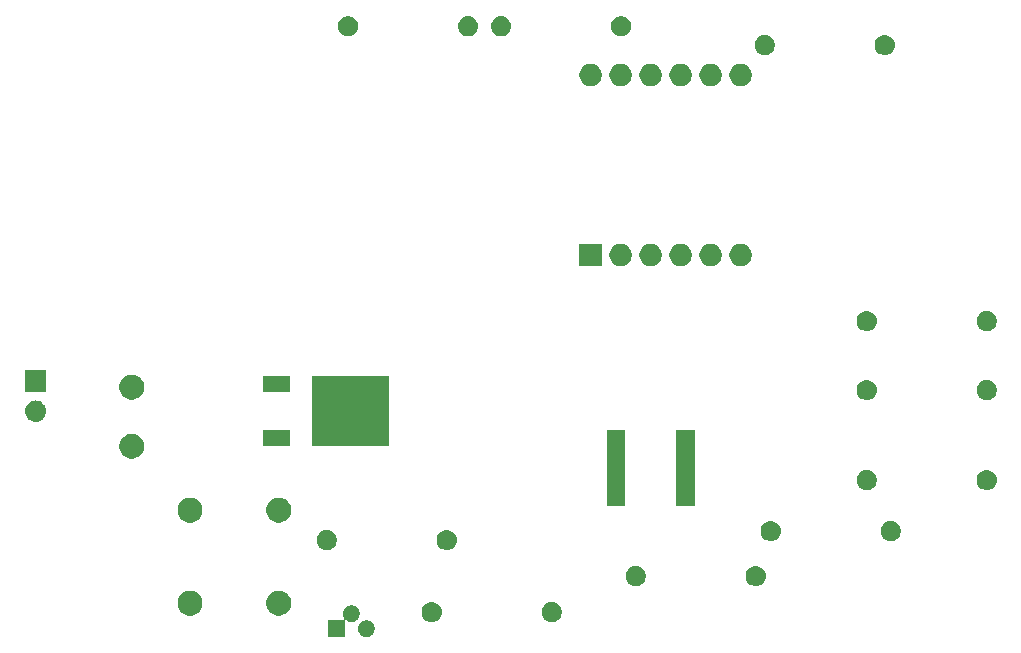
<source format=gbr>
G04 #@! TF.GenerationSoftware,KiCad,Pcbnew,5.1.2-1.fc30*
G04 #@! TF.CreationDate,2019-08-07T12:15:18+02:00*
G04 #@! TF.ProjectId,term,7465726d-2e6b-4696-9361-645f70636258,rev?*
G04 #@! TF.SameCoordinates,Original*
G04 #@! TF.FileFunction,Soldermask,Bot*
G04 #@! TF.FilePolarity,Negative*
%FSLAX46Y46*%
G04 Gerber Fmt 4.6, Leading zero omitted, Abs format (unit mm)*
G04 Created by KiCad (PCBNEW 5.1.2-1.fc30) date 2019-08-07 12:15:18*
%MOMM*%
%LPD*%
G04 APERTURE LIST*
%ADD10C,0.100000*%
G04 APERTURE END LIST*
D10*
G36*
X163074473Y-123655938D02*
G01*
X163202049Y-123708782D01*
X163316859Y-123785495D01*
X163414505Y-123883141D01*
X163491218Y-123997951D01*
X163544062Y-124125527D01*
X163571000Y-124260956D01*
X163571000Y-124399044D01*
X163544062Y-124534473D01*
X163491218Y-124662049D01*
X163414505Y-124776859D01*
X163316859Y-124874505D01*
X163202049Y-124951218D01*
X163074473Y-125004062D01*
X162939044Y-125031000D01*
X162800956Y-125031000D01*
X162665527Y-125004062D01*
X162537951Y-124951218D01*
X162495444Y-124922816D01*
X162473833Y-124911265D01*
X162450384Y-124904152D01*
X162425998Y-124901750D01*
X162401612Y-124904152D01*
X162378163Y-124911265D01*
X162356553Y-124922817D01*
X162337611Y-124938362D01*
X162322066Y-124957304D01*
X162310515Y-124978915D01*
X162303402Y-125002364D01*
X162301000Y-125026749D01*
X162301000Y-126301000D01*
X160899000Y-126301000D01*
X160899000Y-124899000D01*
X162173251Y-124899000D01*
X162197637Y-124896598D01*
X162221086Y-124889485D01*
X162242697Y-124877934D01*
X162261639Y-124862389D01*
X162277184Y-124843447D01*
X162288735Y-124821836D01*
X162295848Y-124798387D01*
X162298250Y-124774001D01*
X162295848Y-124749615D01*
X162288735Y-124726166D01*
X162277184Y-124704556D01*
X162248782Y-124662049D01*
X162195938Y-124534473D01*
X162169000Y-124399044D01*
X162169000Y-124260956D01*
X162195938Y-124125527D01*
X162248782Y-123997951D01*
X162325495Y-123883141D01*
X162423141Y-123785495D01*
X162537951Y-123708782D01*
X162665527Y-123655938D01*
X162800956Y-123629000D01*
X162939044Y-123629000D01*
X163074473Y-123655938D01*
X163074473Y-123655938D01*
G37*
G36*
X164344473Y-124925938D02*
G01*
X164472049Y-124978782D01*
X164586859Y-125055495D01*
X164684505Y-125153141D01*
X164761218Y-125267951D01*
X164814062Y-125395527D01*
X164841000Y-125530956D01*
X164841000Y-125669044D01*
X164814062Y-125804473D01*
X164761218Y-125932049D01*
X164684505Y-126046859D01*
X164586859Y-126144505D01*
X164472049Y-126221218D01*
X164344473Y-126274062D01*
X164209044Y-126301000D01*
X164070956Y-126301000D01*
X163935527Y-126274062D01*
X163807951Y-126221218D01*
X163693141Y-126144505D01*
X163595495Y-126046859D01*
X163518782Y-125932049D01*
X163465938Y-125804473D01*
X163439000Y-125669044D01*
X163439000Y-125530956D01*
X163465938Y-125395527D01*
X163518782Y-125267951D01*
X163595495Y-125153141D01*
X163693141Y-125055495D01*
X163807951Y-124978782D01*
X163935527Y-124925938D01*
X164070956Y-124899000D01*
X164209044Y-124899000D01*
X164344473Y-124925938D01*
X164344473Y-124925938D01*
G37*
G36*
X180080228Y-123387703D02*
G01*
X180235100Y-123451853D01*
X180374481Y-123544985D01*
X180493015Y-123663519D01*
X180586147Y-123802900D01*
X180650297Y-123957772D01*
X180683000Y-124122184D01*
X180683000Y-124289816D01*
X180650297Y-124454228D01*
X180586147Y-124609100D01*
X180493015Y-124748481D01*
X180374481Y-124867015D01*
X180235100Y-124960147D01*
X180080228Y-125024297D01*
X179915816Y-125057000D01*
X179748184Y-125057000D01*
X179583772Y-125024297D01*
X179428900Y-124960147D01*
X179289519Y-124867015D01*
X179170985Y-124748481D01*
X179077853Y-124609100D01*
X179013703Y-124454228D01*
X178981000Y-124289816D01*
X178981000Y-124122184D01*
X179013703Y-123957772D01*
X179077853Y-123802900D01*
X179170985Y-123663519D01*
X179289519Y-123544985D01*
X179428900Y-123451853D01*
X179583772Y-123387703D01*
X179748184Y-123355000D01*
X179915816Y-123355000D01*
X180080228Y-123387703D01*
X180080228Y-123387703D01*
G37*
G36*
X169838823Y-123367313D02*
G01*
X169999242Y-123415976D01*
X170066361Y-123451852D01*
X170147078Y-123494996D01*
X170276659Y-123601341D01*
X170383004Y-123730922D01*
X170383005Y-123730924D01*
X170462024Y-123878758D01*
X170510687Y-124039177D01*
X170527117Y-124206000D01*
X170510687Y-124372823D01*
X170462024Y-124533242D01*
X170421477Y-124609100D01*
X170383004Y-124681078D01*
X170276659Y-124810659D01*
X170147078Y-124917004D01*
X170147076Y-124917005D01*
X169999242Y-124996024D01*
X169999239Y-124996025D01*
X169969380Y-125005083D01*
X169838823Y-125044687D01*
X169713804Y-125057000D01*
X169630196Y-125057000D01*
X169505177Y-125044687D01*
X169374620Y-125005083D01*
X169344761Y-124996025D01*
X169344758Y-124996024D01*
X169196924Y-124917005D01*
X169196922Y-124917004D01*
X169067341Y-124810659D01*
X168960996Y-124681078D01*
X168922523Y-124609100D01*
X168881976Y-124533242D01*
X168833313Y-124372823D01*
X168816883Y-124206000D01*
X168833313Y-124039177D01*
X168881976Y-123878758D01*
X168960995Y-123730924D01*
X168960996Y-123730922D01*
X169067341Y-123601341D01*
X169196922Y-123494996D01*
X169277639Y-123451852D01*
X169344758Y-123415976D01*
X169505177Y-123367313D01*
X169630196Y-123355000D01*
X169713804Y-123355000D01*
X169838823Y-123367313D01*
X169838823Y-123367313D01*
G37*
G36*
X149524564Y-122433389D02*
G01*
X149715833Y-122512615D01*
X149715835Y-122512616D01*
X149887973Y-122627635D01*
X150034365Y-122774027D01*
X150149385Y-122946167D01*
X150228611Y-123137436D01*
X150269000Y-123340484D01*
X150269000Y-123547516D01*
X150228611Y-123750564D01*
X150175511Y-123878758D01*
X150149384Y-123941835D01*
X150034365Y-124113973D01*
X149887973Y-124260365D01*
X149715835Y-124375384D01*
X149715834Y-124375385D01*
X149715833Y-124375385D01*
X149524564Y-124454611D01*
X149321516Y-124495000D01*
X149114484Y-124495000D01*
X148911436Y-124454611D01*
X148720167Y-124375385D01*
X148720166Y-124375385D01*
X148720165Y-124375384D01*
X148548027Y-124260365D01*
X148401635Y-124113973D01*
X148286616Y-123941835D01*
X148260489Y-123878758D01*
X148207389Y-123750564D01*
X148167000Y-123547516D01*
X148167000Y-123340484D01*
X148207389Y-123137436D01*
X148286615Y-122946167D01*
X148401635Y-122774027D01*
X148548027Y-122627635D01*
X148720165Y-122512616D01*
X148720167Y-122512615D01*
X148911436Y-122433389D01*
X149114484Y-122393000D01*
X149321516Y-122393000D01*
X149524564Y-122433389D01*
X149524564Y-122433389D01*
G37*
G36*
X157024564Y-122433389D02*
G01*
X157215833Y-122512615D01*
X157215835Y-122512616D01*
X157387973Y-122627635D01*
X157534365Y-122774027D01*
X157649385Y-122946167D01*
X157728611Y-123137436D01*
X157769000Y-123340484D01*
X157769000Y-123547516D01*
X157728611Y-123750564D01*
X157675511Y-123878758D01*
X157649384Y-123941835D01*
X157534365Y-124113973D01*
X157387973Y-124260365D01*
X157215835Y-124375384D01*
X157215834Y-124375385D01*
X157215833Y-124375385D01*
X157024564Y-124454611D01*
X156821516Y-124495000D01*
X156614484Y-124495000D01*
X156411436Y-124454611D01*
X156220167Y-124375385D01*
X156220166Y-124375385D01*
X156220165Y-124375384D01*
X156048027Y-124260365D01*
X155901635Y-124113973D01*
X155786616Y-123941835D01*
X155760489Y-123878758D01*
X155707389Y-123750564D01*
X155667000Y-123547516D01*
X155667000Y-123340484D01*
X155707389Y-123137436D01*
X155786615Y-122946167D01*
X155901635Y-122774027D01*
X156048027Y-122627635D01*
X156220165Y-122512616D01*
X156220167Y-122512615D01*
X156411436Y-122433389D01*
X156614484Y-122393000D01*
X156821516Y-122393000D01*
X157024564Y-122433389D01*
X157024564Y-122433389D01*
G37*
G36*
X197270823Y-120319313D02*
G01*
X197431242Y-120367976D01*
X197498361Y-120403852D01*
X197579078Y-120446996D01*
X197708659Y-120553341D01*
X197815004Y-120682922D01*
X197815005Y-120682924D01*
X197894024Y-120830758D01*
X197942687Y-120991177D01*
X197959117Y-121158000D01*
X197942687Y-121324823D01*
X197894024Y-121485242D01*
X197853477Y-121561100D01*
X197815004Y-121633078D01*
X197708659Y-121762659D01*
X197579078Y-121869004D01*
X197579076Y-121869005D01*
X197431242Y-121948024D01*
X197270823Y-121996687D01*
X197145804Y-122009000D01*
X197062196Y-122009000D01*
X196937177Y-121996687D01*
X196776758Y-121948024D01*
X196628924Y-121869005D01*
X196628922Y-121869004D01*
X196499341Y-121762659D01*
X196392996Y-121633078D01*
X196354523Y-121561100D01*
X196313976Y-121485242D01*
X196265313Y-121324823D01*
X196248883Y-121158000D01*
X196265313Y-120991177D01*
X196313976Y-120830758D01*
X196392995Y-120682924D01*
X196392996Y-120682922D01*
X196499341Y-120553341D01*
X196628922Y-120446996D01*
X196709639Y-120403852D01*
X196776758Y-120367976D01*
X196937177Y-120319313D01*
X197062196Y-120307000D01*
X197145804Y-120307000D01*
X197270823Y-120319313D01*
X197270823Y-120319313D01*
G37*
G36*
X187192228Y-120339703D02*
G01*
X187347100Y-120403853D01*
X187486481Y-120496985D01*
X187605015Y-120615519D01*
X187698147Y-120754900D01*
X187762297Y-120909772D01*
X187795000Y-121074184D01*
X187795000Y-121241816D01*
X187762297Y-121406228D01*
X187698147Y-121561100D01*
X187605015Y-121700481D01*
X187486481Y-121819015D01*
X187347100Y-121912147D01*
X187192228Y-121976297D01*
X187027816Y-122009000D01*
X186860184Y-122009000D01*
X186695772Y-121976297D01*
X186540900Y-121912147D01*
X186401519Y-121819015D01*
X186282985Y-121700481D01*
X186189853Y-121561100D01*
X186125703Y-121406228D01*
X186093000Y-121241816D01*
X186093000Y-121074184D01*
X186125703Y-120909772D01*
X186189853Y-120754900D01*
X186282985Y-120615519D01*
X186401519Y-120496985D01*
X186540900Y-120403853D01*
X186695772Y-120339703D01*
X186860184Y-120307000D01*
X187027816Y-120307000D01*
X187192228Y-120339703D01*
X187192228Y-120339703D01*
G37*
G36*
X161030228Y-117291703D02*
G01*
X161185100Y-117355853D01*
X161324481Y-117448985D01*
X161443015Y-117567519D01*
X161536147Y-117706900D01*
X161600297Y-117861772D01*
X161633000Y-118026184D01*
X161633000Y-118193816D01*
X161600297Y-118358228D01*
X161536147Y-118513100D01*
X161443015Y-118652481D01*
X161324481Y-118771015D01*
X161185100Y-118864147D01*
X161030228Y-118928297D01*
X160865816Y-118961000D01*
X160698184Y-118961000D01*
X160533772Y-118928297D01*
X160378900Y-118864147D01*
X160239519Y-118771015D01*
X160120985Y-118652481D01*
X160027853Y-118513100D01*
X159963703Y-118358228D01*
X159931000Y-118193816D01*
X159931000Y-118026184D01*
X159963703Y-117861772D01*
X160027853Y-117706900D01*
X160120985Y-117567519D01*
X160239519Y-117448985D01*
X160378900Y-117355853D01*
X160533772Y-117291703D01*
X160698184Y-117259000D01*
X160865816Y-117259000D01*
X161030228Y-117291703D01*
X161030228Y-117291703D01*
G37*
G36*
X171108823Y-117271313D02*
G01*
X171269242Y-117319976D01*
X171336361Y-117355852D01*
X171417078Y-117398996D01*
X171546659Y-117505341D01*
X171653004Y-117634922D01*
X171653005Y-117634924D01*
X171732024Y-117782758D01*
X171780687Y-117943177D01*
X171797117Y-118110000D01*
X171780687Y-118276823D01*
X171732024Y-118437242D01*
X171691477Y-118513100D01*
X171653004Y-118585078D01*
X171546659Y-118714659D01*
X171417078Y-118821004D01*
X171417076Y-118821005D01*
X171269242Y-118900024D01*
X171108823Y-118948687D01*
X170983804Y-118961000D01*
X170900196Y-118961000D01*
X170775177Y-118948687D01*
X170614758Y-118900024D01*
X170466924Y-118821005D01*
X170466922Y-118821004D01*
X170337341Y-118714659D01*
X170230996Y-118585078D01*
X170192523Y-118513100D01*
X170151976Y-118437242D01*
X170103313Y-118276823D01*
X170086883Y-118110000D01*
X170103313Y-117943177D01*
X170151976Y-117782758D01*
X170230995Y-117634924D01*
X170230996Y-117634922D01*
X170337341Y-117505341D01*
X170466922Y-117398996D01*
X170547639Y-117355852D01*
X170614758Y-117319976D01*
X170775177Y-117271313D01*
X170900196Y-117259000D01*
X170983804Y-117259000D01*
X171108823Y-117271313D01*
X171108823Y-117271313D01*
G37*
G36*
X198540823Y-116509313D02*
G01*
X198701242Y-116557976D01*
X198768361Y-116593852D01*
X198849078Y-116636996D01*
X198978659Y-116743341D01*
X199085004Y-116872922D01*
X199085005Y-116872924D01*
X199164024Y-117020758D01*
X199212687Y-117181177D01*
X199229117Y-117348000D01*
X199212687Y-117514823D01*
X199164024Y-117675242D01*
X199123477Y-117751100D01*
X199085004Y-117823078D01*
X198978659Y-117952659D01*
X198849078Y-118059004D01*
X198849076Y-118059005D01*
X198701242Y-118138024D01*
X198540823Y-118186687D01*
X198415804Y-118199000D01*
X198332196Y-118199000D01*
X198207177Y-118186687D01*
X198046758Y-118138024D01*
X197898924Y-118059005D01*
X197898922Y-118059004D01*
X197769341Y-117952659D01*
X197662996Y-117823078D01*
X197624523Y-117751100D01*
X197583976Y-117675242D01*
X197535313Y-117514823D01*
X197518883Y-117348000D01*
X197535313Y-117181177D01*
X197583976Y-117020758D01*
X197662995Y-116872924D01*
X197662996Y-116872922D01*
X197769341Y-116743341D01*
X197898922Y-116636996D01*
X197979639Y-116593852D01*
X198046758Y-116557976D01*
X198207177Y-116509313D01*
X198332196Y-116497000D01*
X198415804Y-116497000D01*
X198540823Y-116509313D01*
X198540823Y-116509313D01*
G37*
G36*
X208782228Y-116529703D02*
G01*
X208937100Y-116593853D01*
X209076481Y-116686985D01*
X209195015Y-116805519D01*
X209288147Y-116944900D01*
X209352297Y-117099772D01*
X209385000Y-117264184D01*
X209385000Y-117431816D01*
X209352297Y-117596228D01*
X209288147Y-117751100D01*
X209195015Y-117890481D01*
X209076481Y-118009015D01*
X208937100Y-118102147D01*
X208782228Y-118166297D01*
X208617816Y-118199000D01*
X208450184Y-118199000D01*
X208285772Y-118166297D01*
X208130900Y-118102147D01*
X207991519Y-118009015D01*
X207872985Y-117890481D01*
X207779853Y-117751100D01*
X207715703Y-117596228D01*
X207683000Y-117431816D01*
X207683000Y-117264184D01*
X207715703Y-117099772D01*
X207779853Y-116944900D01*
X207872985Y-116805519D01*
X207991519Y-116686985D01*
X208130900Y-116593853D01*
X208285772Y-116529703D01*
X208450184Y-116497000D01*
X208617816Y-116497000D01*
X208782228Y-116529703D01*
X208782228Y-116529703D01*
G37*
G36*
X149524564Y-114559389D02*
G01*
X149715833Y-114638615D01*
X149715835Y-114638616D01*
X149752328Y-114663000D01*
X149887973Y-114753635D01*
X150034365Y-114900027D01*
X150149385Y-115072167D01*
X150228611Y-115263436D01*
X150269000Y-115466484D01*
X150269000Y-115673516D01*
X150228611Y-115876564D01*
X150149385Y-116067833D01*
X150149384Y-116067835D01*
X150034365Y-116239973D01*
X149887973Y-116386365D01*
X149715835Y-116501384D01*
X149715834Y-116501385D01*
X149715833Y-116501385D01*
X149524564Y-116580611D01*
X149321516Y-116621000D01*
X149114484Y-116621000D01*
X148911436Y-116580611D01*
X148720167Y-116501385D01*
X148720166Y-116501385D01*
X148720165Y-116501384D01*
X148548027Y-116386365D01*
X148401635Y-116239973D01*
X148286616Y-116067835D01*
X148286615Y-116067833D01*
X148207389Y-115876564D01*
X148167000Y-115673516D01*
X148167000Y-115466484D01*
X148207389Y-115263436D01*
X148286615Y-115072167D01*
X148401635Y-114900027D01*
X148548027Y-114753635D01*
X148683672Y-114663000D01*
X148720165Y-114638616D01*
X148720167Y-114638615D01*
X148911436Y-114559389D01*
X149114484Y-114519000D01*
X149321516Y-114519000D01*
X149524564Y-114559389D01*
X149524564Y-114559389D01*
G37*
G36*
X157024564Y-114559389D02*
G01*
X157215833Y-114638615D01*
X157215835Y-114638616D01*
X157252328Y-114663000D01*
X157387973Y-114753635D01*
X157534365Y-114900027D01*
X157649385Y-115072167D01*
X157728611Y-115263436D01*
X157769000Y-115466484D01*
X157769000Y-115673516D01*
X157728611Y-115876564D01*
X157649385Y-116067833D01*
X157649384Y-116067835D01*
X157534365Y-116239973D01*
X157387973Y-116386365D01*
X157215835Y-116501384D01*
X157215834Y-116501385D01*
X157215833Y-116501385D01*
X157024564Y-116580611D01*
X156821516Y-116621000D01*
X156614484Y-116621000D01*
X156411436Y-116580611D01*
X156220167Y-116501385D01*
X156220166Y-116501385D01*
X156220165Y-116501384D01*
X156048027Y-116386365D01*
X155901635Y-116239973D01*
X155786616Y-116067835D01*
X155786615Y-116067833D01*
X155707389Y-115876564D01*
X155667000Y-115673516D01*
X155667000Y-115466484D01*
X155707389Y-115263436D01*
X155786615Y-115072167D01*
X155901635Y-114900027D01*
X156048027Y-114753635D01*
X156183672Y-114663000D01*
X156220165Y-114638616D01*
X156220167Y-114638615D01*
X156411436Y-114559389D01*
X156614484Y-114519000D01*
X156821516Y-114519000D01*
X157024564Y-114559389D01*
X157024564Y-114559389D01*
G37*
G36*
X186040000Y-115215000D02*
G01*
X184488000Y-115215000D01*
X184488000Y-108813000D01*
X186040000Y-108813000D01*
X186040000Y-115215000D01*
X186040000Y-115215000D01*
G37*
G36*
X191940000Y-115215000D02*
G01*
X190388000Y-115215000D01*
X190388000Y-108813000D01*
X191940000Y-108813000D01*
X191940000Y-115215000D01*
X191940000Y-115215000D01*
G37*
G36*
X216828823Y-112191313D02*
G01*
X216989242Y-112239976D01*
X217056361Y-112275852D01*
X217137078Y-112318996D01*
X217266659Y-112425341D01*
X217373004Y-112554922D01*
X217373005Y-112554924D01*
X217452024Y-112702758D01*
X217500687Y-112863177D01*
X217517117Y-113030000D01*
X217500687Y-113196823D01*
X217452024Y-113357242D01*
X217411477Y-113433100D01*
X217373004Y-113505078D01*
X217266659Y-113634659D01*
X217137078Y-113741004D01*
X217137076Y-113741005D01*
X216989242Y-113820024D01*
X216828823Y-113868687D01*
X216703804Y-113881000D01*
X216620196Y-113881000D01*
X216495177Y-113868687D01*
X216334758Y-113820024D01*
X216186924Y-113741005D01*
X216186922Y-113741004D01*
X216057341Y-113634659D01*
X215950996Y-113505078D01*
X215912523Y-113433100D01*
X215871976Y-113357242D01*
X215823313Y-113196823D01*
X215806883Y-113030000D01*
X215823313Y-112863177D01*
X215871976Y-112702758D01*
X215950995Y-112554924D01*
X215950996Y-112554922D01*
X216057341Y-112425341D01*
X216186922Y-112318996D01*
X216267639Y-112275852D01*
X216334758Y-112239976D01*
X216495177Y-112191313D01*
X216620196Y-112179000D01*
X216703804Y-112179000D01*
X216828823Y-112191313D01*
X216828823Y-112191313D01*
G37*
G36*
X206750228Y-112211703D02*
G01*
X206905100Y-112275853D01*
X207044481Y-112368985D01*
X207163015Y-112487519D01*
X207256147Y-112626900D01*
X207320297Y-112781772D01*
X207353000Y-112946184D01*
X207353000Y-113113816D01*
X207320297Y-113278228D01*
X207256147Y-113433100D01*
X207163015Y-113572481D01*
X207044481Y-113691015D01*
X206905100Y-113784147D01*
X206750228Y-113848297D01*
X206585816Y-113881000D01*
X206418184Y-113881000D01*
X206253772Y-113848297D01*
X206098900Y-113784147D01*
X205959519Y-113691015D01*
X205840985Y-113572481D01*
X205747853Y-113433100D01*
X205683703Y-113278228D01*
X205651000Y-113113816D01*
X205651000Y-112946184D01*
X205683703Y-112781772D01*
X205747853Y-112626900D01*
X205840985Y-112487519D01*
X205959519Y-112368985D01*
X206098900Y-112275853D01*
X206253772Y-112211703D01*
X206418184Y-112179000D01*
X206585816Y-112179000D01*
X206750228Y-112211703D01*
X206750228Y-112211703D01*
G37*
G36*
X144578564Y-109145389D02*
G01*
X144769833Y-109224615D01*
X144769835Y-109224616D01*
X144941973Y-109339635D01*
X145088365Y-109486027D01*
X145203385Y-109658167D01*
X145282611Y-109849436D01*
X145323000Y-110052484D01*
X145323000Y-110259516D01*
X145282611Y-110462564D01*
X145203385Y-110653833D01*
X145203384Y-110653835D01*
X145088365Y-110825973D01*
X144941973Y-110972365D01*
X144769835Y-111087384D01*
X144769834Y-111087385D01*
X144769833Y-111087385D01*
X144578564Y-111166611D01*
X144375516Y-111207000D01*
X144168484Y-111207000D01*
X143965436Y-111166611D01*
X143774167Y-111087385D01*
X143774166Y-111087385D01*
X143774165Y-111087384D01*
X143602027Y-110972365D01*
X143455635Y-110825973D01*
X143340616Y-110653835D01*
X143340615Y-110653833D01*
X143261389Y-110462564D01*
X143221000Y-110259516D01*
X143221000Y-110052484D01*
X143261389Y-109849436D01*
X143340615Y-109658167D01*
X143455635Y-109486027D01*
X143602027Y-109339635D01*
X143774165Y-109224616D01*
X143774167Y-109224615D01*
X143965436Y-109145389D01*
X144168484Y-109105000D01*
X144375516Y-109105000D01*
X144578564Y-109145389D01*
X144578564Y-109145389D01*
G37*
G36*
X166065000Y-110139000D02*
G01*
X159563000Y-110139000D01*
X159563000Y-104237000D01*
X166065000Y-104237000D01*
X166065000Y-110139000D01*
X166065000Y-110139000D01*
G37*
G36*
X157665000Y-110119000D02*
G01*
X155363000Y-110119000D01*
X155363000Y-108817000D01*
X157665000Y-108817000D01*
X157665000Y-110119000D01*
X157665000Y-110119000D01*
G37*
G36*
X136254442Y-106293518D02*
G01*
X136320627Y-106300037D01*
X136490466Y-106351557D01*
X136646991Y-106435222D01*
X136682729Y-106464552D01*
X136784186Y-106547814D01*
X136867448Y-106649271D01*
X136896778Y-106685009D01*
X136980443Y-106841534D01*
X137031963Y-107011373D01*
X137049359Y-107188000D01*
X137031963Y-107364627D01*
X136980443Y-107534466D01*
X136896778Y-107690991D01*
X136867448Y-107726729D01*
X136784186Y-107828186D01*
X136682729Y-107911448D01*
X136646991Y-107940778D01*
X136490466Y-108024443D01*
X136320627Y-108075963D01*
X136254442Y-108082482D01*
X136188260Y-108089000D01*
X136099740Y-108089000D01*
X136033558Y-108082482D01*
X135967373Y-108075963D01*
X135797534Y-108024443D01*
X135641009Y-107940778D01*
X135605271Y-107911448D01*
X135503814Y-107828186D01*
X135420552Y-107726729D01*
X135391222Y-107690991D01*
X135307557Y-107534466D01*
X135256037Y-107364627D01*
X135238641Y-107188000D01*
X135256037Y-107011373D01*
X135307557Y-106841534D01*
X135391222Y-106685009D01*
X135420552Y-106649271D01*
X135503814Y-106547814D01*
X135605271Y-106464552D01*
X135641009Y-106435222D01*
X135797534Y-106351557D01*
X135967373Y-106300037D01*
X136033558Y-106293518D01*
X136099740Y-106287000D01*
X136188260Y-106287000D01*
X136254442Y-106293518D01*
X136254442Y-106293518D01*
G37*
G36*
X206668823Y-104571313D02*
G01*
X206829242Y-104619976D01*
X206900692Y-104658167D01*
X206977078Y-104698996D01*
X207106659Y-104805341D01*
X207213004Y-104934922D01*
X207213005Y-104934924D01*
X207292024Y-105082758D01*
X207340687Y-105243177D01*
X207357117Y-105410000D01*
X207340687Y-105576823D01*
X207292024Y-105737242D01*
X207251477Y-105813100D01*
X207213004Y-105885078D01*
X207106659Y-106014659D01*
X206977078Y-106121004D01*
X206977076Y-106121005D01*
X206829242Y-106200024D01*
X206668823Y-106248687D01*
X206543804Y-106261000D01*
X206460196Y-106261000D01*
X206335177Y-106248687D01*
X206174758Y-106200024D01*
X206026924Y-106121005D01*
X206026922Y-106121004D01*
X205897341Y-106014659D01*
X205790996Y-105885078D01*
X205752523Y-105813100D01*
X205711976Y-105737242D01*
X205663313Y-105576823D01*
X205646883Y-105410000D01*
X205663313Y-105243177D01*
X205711976Y-105082758D01*
X205790995Y-104934924D01*
X205790996Y-104934922D01*
X205897341Y-104805341D01*
X206026922Y-104698996D01*
X206103308Y-104658167D01*
X206174758Y-104619976D01*
X206335177Y-104571313D01*
X206460196Y-104559000D01*
X206543804Y-104559000D01*
X206668823Y-104571313D01*
X206668823Y-104571313D01*
G37*
G36*
X216910228Y-104591703D02*
G01*
X217065100Y-104655853D01*
X217204481Y-104748985D01*
X217323015Y-104867519D01*
X217416147Y-105006900D01*
X217480297Y-105161772D01*
X217513000Y-105326184D01*
X217513000Y-105493816D01*
X217480297Y-105658228D01*
X217416147Y-105813100D01*
X217323015Y-105952481D01*
X217204481Y-106071015D01*
X217065100Y-106164147D01*
X216910228Y-106228297D01*
X216745816Y-106261000D01*
X216578184Y-106261000D01*
X216413772Y-106228297D01*
X216258900Y-106164147D01*
X216119519Y-106071015D01*
X216000985Y-105952481D01*
X215907853Y-105813100D01*
X215843703Y-105658228D01*
X215811000Y-105493816D01*
X215811000Y-105326184D01*
X215843703Y-105161772D01*
X215907853Y-105006900D01*
X216000985Y-104867519D01*
X216119519Y-104748985D01*
X216258900Y-104655853D01*
X216413772Y-104591703D01*
X216578184Y-104559000D01*
X216745816Y-104559000D01*
X216910228Y-104591703D01*
X216910228Y-104591703D01*
G37*
G36*
X144578564Y-104145389D02*
G01*
X144769833Y-104224615D01*
X144769835Y-104224616D01*
X144941973Y-104339635D01*
X145088365Y-104486027D01*
X145201839Y-104655852D01*
X145203385Y-104658167D01*
X145282611Y-104849436D01*
X145323000Y-105052484D01*
X145323000Y-105259516D01*
X145282611Y-105462564D01*
X145203385Y-105653833D01*
X145203384Y-105653835D01*
X145088365Y-105825973D01*
X144941973Y-105972365D01*
X144769835Y-106087384D01*
X144769834Y-106087385D01*
X144769833Y-106087385D01*
X144578564Y-106166611D01*
X144375516Y-106207000D01*
X144168484Y-106207000D01*
X143965436Y-106166611D01*
X143774167Y-106087385D01*
X143774166Y-106087385D01*
X143774165Y-106087384D01*
X143602027Y-105972365D01*
X143455635Y-105825973D01*
X143340616Y-105653835D01*
X143340615Y-105653833D01*
X143261389Y-105462564D01*
X143221000Y-105259516D01*
X143221000Y-105052484D01*
X143261389Y-104849436D01*
X143340615Y-104658167D01*
X143342162Y-104655852D01*
X143455635Y-104486027D01*
X143602027Y-104339635D01*
X143774165Y-104224616D01*
X143774167Y-104224615D01*
X143965436Y-104145389D01*
X144168484Y-104105000D01*
X144375516Y-104105000D01*
X144578564Y-104145389D01*
X144578564Y-104145389D01*
G37*
G36*
X157665000Y-105559000D02*
G01*
X155363000Y-105559000D01*
X155363000Y-104257000D01*
X157665000Y-104257000D01*
X157665000Y-105559000D01*
X157665000Y-105559000D01*
G37*
G36*
X137045000Y-105549000D02*
G01*
X135243000Y-105549000D01*
X135243000Y-103747000D01*
X137045000Y-103747000D01*
X137045000Y-105549000D01*
X137045000Y-105549000D01*
G37*
G36*
X206668823Y-98729313D02*
G01*
X206829242Y-98777976D01*
X206896361Y-98813852D01*
X206977078Y-98856996D01*
X207106659Y-98963341D01*
X207213004Y-99092922D01*
X207213005Y-99092924D01*
X207292024Y-99240758D01*
X207340687Y-99401177D01*
X207357117Y-99568000D01*
X207340687Y-99734823D01*
X207292024Y-99895242D01*
X207251477Y-99971100D01*
X207213004Y-100043078D01*
X207106659Y-100172659D01*
X206977078Y-100279004D01*
X206977076Y-100279005D01*
X206829242Y-100358024D01*
X206668823Y-100406687D01*
X206543804Y-100419000D01*
X206460196Y-100419000D01*
X206335177Y-100406687D01*
X206174758Y-100358024D01*
X206026924Y-100279005D01*
X206026922Y-100279004D01*
X205897341Y-100172659D01*
X205790996Y-100043078D01*
X205752523Y-99971100D01*
X205711976Y-99895242D01*
X205663313Y-99734823D01*
X205646883Y-99568000D01*
X205663313Y-99401177D01*
X205711976Y-99240758D01*
X205790995Y-99092924D01*
X205790996Y-99092922D01*
X205897341Y-98963341D01*
X206026922Y-98856996D01*
X206107639Y-98813852D01*
X206174758Y-98777976D01*
X206335177Y-98729313D01*
X206460196Y-98717000D01*
X206543804Y-98717000D01*
X206668823Y-98729313D01*
X206668823Y-98729313D01*
G37*
G36*
X216910228Y-98749703D02*
G01*
X217065100Y-98813853D01*
X217204481Y-98906985D01*
X217323015Y-99025519D01*
X217416147Y-99164900D01*
X217480297Y-99319772D01*
X217513000Y-99484184D01*
X217513000Y-99651816D01*
X217480297Y-99816228D01*
X217416147Y-99971100D01*
X217323015Y-100110481D01*
X217204481Y-100229015D01*
X217065100Y-100322147D01*
X216910228Y-100386297D01*
X216745816Y-100419000D01*
X216578184Y-100419000D01*
X216413772Y-100386297D01*
X216258900Y-100322147D01*
X216119519Y-100229015D01*
X216000985Y-100110481D01*
X215907853Y-99971100D01*
X215843703Y-99816228D01*
X215811000Y-99651816D01*
X215811000Y-99484184D01*
X215843703Y-99319772D01*
X215907853Y-99164900D01*
X216000985Y-99025519D01*
X216119519Y-98906985D01*
X216258900Y-98813853D01*
X216413772Y-98749703D01*
X216578184Y-98717000D01*
X216745816Y-98717000D01*
X216910228Y-98749703D01*
X216910228Y-98749703D01*
G37*
G36*
X184085000Y-94931000D02*
G01*
X182183000Y-94931000D01*
X182183000Y-93029000D01*
X184085000Y-93029000D01*
X184085000Y-94931000D01*
X184085000Y-94931000D01*
G37*
G36*
X185951395Y-93065546D02*
G01*
X186124466Y-93137234D01*
X186124467Y-93137235D01*
X186280227Y-93241310D01*
X186412690Y-93373773D01*
X186412691Y-93373775D01*
X186516766Y-93529534D01*
X186588454Y-93702605D01*
X186625000Y-93886333D01*
X186625000Y-94073667D01*
X186588454Y-94257395D01*
X186516766Y-94430466D01*
X186516765Y-94430467D01*
X186412690Y-94586227D01*
X186280227Y-94718690D01*
X186201818Y-94771081D01*
X186124466Y-94822766D01*
X185951395Y-94894454D01*
X185767667Y-94931000D01*
X185580333Y-94931000D01*
X185396605Y-94894454D01*
X185223534Y-94822766D01*
X185146182Y-94771081D01*
X185067773Y-94718690D01*
X184935310Y-94586227D01*
X184831235Y-94430467D01*
X184831234Y-94430466D01*
X184759546Y-94257395D01*
X184723000Y-94073667D01*
X184723000Y-93886333D01*
X184759546Y-93702605D01*
X184831234Y-93529534D01*
X184935309Y-93373775D01*
X184935310Y-93373773D01*
X185067773Y-93241310D01*
X185223533Y-93137235D01*
X185223534Y-93137234D01*
X185396605Y-93065546D01*
X185580333Y-93029000D01*
X185767667Y-93029000D01*
X185951395Y-93065546D01*
X185951395Y-93065546D01*
G37*
G36*
X188491395Y-93065546D02*
G01*
X188664466Y-93137234D01*
X188664467Y-93137235D01*
X188820227Y-93241310D01*
X188952690Y-93373773D01*
X188952691Y-93373775D01*
X189056766Y-93529534D01*
X189128454Y-93702605D01*
X189165000Y-93886333D01*
X189165000Y-94073667D01*
X189128454Y-94257395D01*
X189056766Y-94430466D01*
X189056765Y-94430467D01*
X188952690Y-94586227D01*
X188820227Y-94718690D01*
X188741818Y-94771081D01*
X188664466Y-94822766D01*
X188491395Y-94894454D01*
X188307667Y-94931000D01*
X188120333Y-94931000D01*
X187936605Y-94894454D01*
X187763534Y-94822766D01*
X187686182Y-94771081D01*
X187607773Y-94718690D01*
X187475310Y-94586227D01*
X187371235Y-94430467D01*
X187371234Y-94430466D01*
X187299546Y-94257395D01*
X187263000Y-94073667D01*
X187263000Y-93886333D01*
X187299546Y-93702605D01*
X187371234Y-93529534D01*
X187475309Y-93373775D01*
X187475310Y-93373773D01*
X187607773Y-93241310D01*
X187763533Y-93137235D01*
X187763534Y-93137234D01*
X187936605Y-93065546D01*
X188120333Y-93029000D01*
X188307667Y-93029000D01*
X188491395Y-93065546D01*
X188491395Y-93065546D01*
G37*
G36*
X191031395Y-93065546D02*
G01*
X191204466Y-93137234D01*
X191204467Y-93137235D01*
X191360227Y-93241310D01*
X191492690Y-93373773D01*
X191492691Y-93373775D01*
X191596766Y-93529534D01*
X191668454Y-93702605D01*
X191705000Y-93886333D01*
X191705000Y-94073667D01*
X191668454Y-94257395D01*
X191596766Y-94430466D01*
X191596765Y-94430467D01*
X191492690Y-94586227D01*
X191360227Y-94718690D01*
X191281818Y-94771081D01*
X191204466Y-94822766D01*
X191031395Y-94894454D01*
X190847667Y-94931000D01*
X190660333Y-94931000D01*
X190476605Y-94894454D01*
X190303534Y-94822766D01*
X190226182Y-94771081D01*
X190147773Y-94718690D01*
X190015310Y-94586227D01*
X189911235Y-94430467D01*
X189911234Y-94430466D01*
X189839546Y-94257395D01*
X189803000Y-94073667D01*
X189803000Y-93886333D01*
X189839546Y-93702605D01*
X189911234Y-93529534D01*
X190015309Y-93373775D01*
X190015310Y-93373773D01*
X190147773Y-93241310D01*
X190303533Y-93137235D01*
X190303534Y-93137234D01*
X190476605Y-93065546D01*
X190660333Y-93029000D01*
X190847667Y-93029000D01*
X191031395Y-93065546D01*
X191031395Y-93065546D01*
G37*
G36*
X193571395Y-93065546D02*
G01*
X193744466Y-93137234D01*
X193744467Y-93137235D01*
X193900227Y-93241310D01*
X194032690Y-93373773D01*
X194032691Y-93373775D01*
X194136766Y-93529534D01*
X194208454Y-93702605D01*
X194245000Y-93886333D01*
X194245000Y-94073667D01*
X194208454Y-94257395D01*
X194136766Y-94430466D01*
X194136765Y-94430467D01*
X194032690Y-94586227D01*
X193900227Y-94718690D01*
X193821818Y-94771081D01*
X193744466Y-94822766D01*
X193571395Y-94894454D01*
X193387667Y-94931000D01*
X193200333Y-94931000D01*
X193016605Y-94894454D01*
X192843534Y-94822766D01*
X192766182Y-94771081D01*
X192687773Y-94718690D01*
X192555310Y-94586227D01*
X192451235Y-94430467D01*
X192451234Y-94430466D01*
X192379546Y-94257395D01*
X192343000Y-94073667D01*
X192343000Y-93886333D01*
X192379546Y-93702605D01*
X192451234Y-93529534D01*
X192555309Y-93373775D01*
X192555310Y-93373773D01*
X192687773Y-93241310D01*
X192843533Y-93137235D01*
X192843534Y-93137234D01*
X193016605Y-93065546D01*
X193200333Y-93029000D01*
X193387667Y-93029000D01*
X193571395Y-93065546D01*
X193571395Y-93065546D01*
G37*
G36*
X196111395Y-93065546D02*
G01*
X196284466Y-93137234D01*
X196284467Y-93137235D01*
X196440227Y-93241310D01*
X196572690Y-93373773D01*
X196572691Y-93373775D01*
X196676766Y-93529534D01*
X196748454Y-93702605D01*
X196785000Y-93886333D01*
X196785000Y-94073667D01*
X196748454Y-94257395D01*
X196676766Y-94430466D01*
X196676765Y-94430467D01*
X196572690Y-94586227D01*
X196440227Y-94718690D01*
X196361818Y-94771081D01*
X196284466Y-94822766D01*
X196111395Y-94894454D01*
X195927667Y-94931000D01*
X195740333Y-94931000D01*
X195556605Y-94894454D01*
X195383534Y-94822766D01*
X195306182Y-94771081D01*
X195227773Y-94718690D01*
X195095310Y-94586227D01*
X194991235Y-94430467D01*
X194991234Y-94430466D01*
X194919546Y-94257395D01*
X194883000Y-94073667D01*
X194883000Y-93886333D01*
X194919546Y-93702605D01*
X194991234Y-93529534D01*
X195095309Y-93373775D01*
X195095310Y-93373773D01*
X195227773Y-93241310D01*
X195383533Y-93137235D01*
X195383534Y-93137234D01*
X195556605Y-93065546D01*
X195740333Y-93029000D01*
X195927667Y-93029000D01*
X196111395Y-93065546D01*
X196111395Y-93065546D01*
G37*
G36*
X188491395Y-77825546D02*
G01*
X188664466Y-77897234D01*
X188664467Y-77897235D01*
X188820227Y-78001310D01*
X188952690Y-78133773D01*
X188952691Y-78133775D01*
X189056766Y-78289534D01*
X189128454Y-78462605D01*
X189165000Y-78646333D01*
X189165000Y-78833667D01*
X189128454Y-79017395D01*
X189056766Y-79190466D01*
X189056765Y-79190467D01*
X188952690Y-79346227D01*
X188820227Y-79478690D01*
X188741818Y-79531081D01*
X188664466Y-79582766D01*
X188491395Y-79654454D01*
X188307667Y-79691000D01*
X188120333Y-79691000D01*
X187936605Y-79654454D01*
X187763534Y-79582766D01*
X187686182Y-79531081D01*
X187607773Y-79478690D01*
X187475310Y-79346227D01*
X187371235Y-79190467D01*
X187371234Y-79190466D01*
X187299546Y-79017395D01*
X187263000Y-78833667D01*
X187263000Y-78646333D01*
X187299546Y-78462605D01*
X187371234Y-78289534D01*
X187475309Y-78133775D01*
X187475310Y-78133773D01*
X187607773Y-78001310D01*
X187763533Y-77897235D01*
X187763534Y-77897234D01*
X187936605Y-77825546D01*
X188120333Y-77789000D01*
X188307667Y-77789000D01*
X188491395Y-77825546D01*
X188491395Y-77825546D01*
G37*
G36*
X196111395Y-77825546D02*
G01*
X196284466Y-77897234D01*
X196284467Y-77897235D01*
X196440227Y-78001310D01*
X196572690Y-78133773D01*
X196572691Y-78133775D01*
X196676766Y-78289534D01*
X196748454Y-78462605D01*
X196785000Y-78646333D01*
X196785000Y-78833667D01*
X196748454Y-79017395D01*
X196676766Y-79190466D01*
X196676765Y-79190467D01*
X196572690Y-79346227D01*
X196440227Y-79478690D01*
X196361818Y-79531081D01*
X196284466Y-79582766D01*
X196111395Y-79654454D01*
X195927667Y-79691000D01*
X195740333Y-79691000D01*
X195556605Y-79654454D01*
X195383534Y-79582766D01*
X195306182Y-79531081D01*
X195227773Y-79478690D01*
X195095310Y-79346227D01*
X194991235Y-79190467D01*
X194991234Y-79190466D01*
X194919546Y-79017395D01*
X194883000Y-78833667D01*
X194883000Y-78646333D01*
X194919546Y-78462605D01*
X194991234Y-78289534D01*
X195095309Y-78133775D01*
X195095310Y-78133773D01*
X195227773Y-78001310D01*
X195383533Y-77897235D01*
X195383534Y-77897234D01*
X195556605Y-77825546D01*
X195740333Y-77789000D01*
X195927667Y-77789000D01*
X196111395Y-77825546D01*
X196111395Y-77825546D01*
G37*
G36*
X193571395Y-77825546D02*
G01*
X193744466Y-77897234D01*
X193744467Y-77897235D01*
X193900227Y-78001310D01*
X194032690Y-78133773D01*
X194032691Y-78133775D01*
X194136766Y-78289534D01*
X194208454Y-78462605D01*
X194245000Y-78646333D01*
X194245000Y-78833667D01*
X194208454Y-79017395D01*
X194136766Y-79190466D01*
X194136765Y-79190467D01*
X194032690Y-79346227D01*
X193900227Y-79478690D01*
X193821818Y-79531081D01*
X193744466Y-79582766D01*
X193571395Y-79654454D01*
X193387667Y-79691000D01*
X193200333Y-79691000D01*
X193016605Y-79654454D01*
X192843534Y-79582766D01*
X192766182Y-79531081D01*
X192687773Y-79478690D01*
X192555310Y-79346227D01*
X192451235Y-79190467D01*
X192451234Y-79190466D01*
X192379546Y-79017395D01*
X192343000Y-78833667D01*
X192343000Y-78646333D01*
X192379546Y-78462605D01*
X192451234Y-78289534D01*
X192555309Y-78133775D01*
X192555310Y-78133773D01*
X192687773Y-78001310D01*
X192843533Y-77897235D01*
X192843534Y-77897234D01*
X193016605Y-77825546D01*
X193200333Y-77789000D01*
X193387667Y-77789000D01*
X193571395Y-77825546D01*
X193571395Y-77825546D01*
G37*
G36*
X191031395Y-77825546D02*
G01*
X191204466Y-77897234D01*
X191204467Y-77897235D01*
X191360227Y-78001310D01*
X191492690Y-78133773D01*
X191492691Y-78133775D01*
X191596766Y-78289534D01*
X191668454Y-78462605D01*
X191705000Y-78646333D01*
X191705000Y-78833667D01*
X191668454Y-79017395D01*
X191596766Y-79190466D01*
X191596765Y-79190467D01*
X191492690Y-79346227D01*
X191360227Y-79478690D01*
X191281818Y-79531081D01*
X191204466Y-79582766D01*
X191031395Y-79654454D01*
X190847667Y-79691000D01*
X190660333Y-79691000D01*
X190476605Y-79654454D01*
X190303534Y-79582766D01*
X190226182Y-79531081D01*
X190147773Y-79478690D01*
X190015310Y-79346227D01*
X189911235Y-79190467D01*
X189911234Y-79190466D01*
X189839546Y-79017395D01*
X189803000Y-78833667D01*
X189803000Y-78646333D01*
X189839546Y-78462605D01*
X189911234Y-78289534D01*
X190015309Y-78133775D01*
X190015310Y-78133773D01*
X190147773Y-78001310D01*
X190303533Y-77897235D01*
X190303534Y-77897234D01*
X190476605Y-77825546D01*
X190660333Y-77789000D01*
X190847667Y-77789000D01*
X191031395Y-77825546D01*
X191031395Y-77825546D01*
G37*
G36*
X183411395Y-77825546D02*
G01*
X183584466Y-77897234D01*
X183584467Y-77897235D01*
X183740227Y-78001310D01*
X183872690Y-78133773D01*
X183872691Y-78133775D01*
X183976766Y-78289534D01*
X184048454Y-78462605D01*
X184085000Y-78646333D01*
X184085000Y-78833667D01*
X184048454Y-79017395D01*
X183976766Y-79190466D01*
X183976765Y-79190467D01*
X183872690Y-79346227D01*
X183740227Y-79478690D01*
X183661818Y-79531081D01*
X183584466Y-79582766D01*
X183411395Y-79654454D01*
X183227667Y-79691000D01*
X183040333Y-79691000D01*
X182856605Y-79654454D01*
X182683534Y-79582766D01*
X182606182Y-79531081D01*
X182527773Y-79478690D01*
X182395310Y-79346227D01*
X182291235Y-79190467D01*
X182291234Y-79190466D01*
X182219546Y-79017395D01*
X182183000Y-78833667D01*
X182183000Y-78646333D01*
X182219546Y-78462605D01*
X182291234Y-78289534D01*
X182395309Y-78133775D01*
X182395310Y-78133773D01*
X182527773Y-78001310D01*
X182683533Y-77897235D01*
X182683534Y-77897234D01*
X182856605Y-77825546D01*
X183040333Y-77789000D01*
X183227667Y-77789000D01*
X183411395Y-77825546D01*
X183411395Y-77825546D01*
G37*
G36*
X185951395Y-77825546D02*
G01*
X186124466Y-77897234D01*
X186124467Y-77897235D01*
X186280227Y-78001310D01*
X186412690Y-78133773D01*
X186412691Y-78133775D01*
X186516766Y-78289534D01*
X186588454Y-78462605D01*
X186625000Y-78646333D01*
X186625000Y-78833667D01*
X186588454Y-79017395D01*
X186516766Y-79190466D01*
X186516765Y-79190467D01*
X186412690Y-79346227D01*
X186280227Y-79478690D01*
X186201818Y-79531081D01*
X186124466Y-79582766D01*
X185951395Y-79654454D01*
X185767667Y-79691000D01*
X185580333Y-79691000D01*
X185396605Y-79654454D01*
X185223534Y-79582766D01*
X185146182Y-79531081D01*
X185067773Y-79478690D01*
X184935310Y-79346227D01*
X184831235Y-79190467D01*
X184831234Y-79190466D01*
X184759546Y-79017395D01*
X184723000Y-78833667D01*
X184723000Y-78646333D01*
X184759546Y-78462605D01*
X184831234Y-78289534D01*
X184935309Y-78133775D01*
X184935310Y-78133773D01*
X185067773Y-78001310D01*
X185223533Y-77897235D01*
X185223534Y-77897234D01*
X185396605Y-77825546D01*
X185580333Y-77789000D01*
X185767667Y-77789000D01*
X185951395Y-77825546D01*
X185951395Y-77825546D01*
G37*
G36*
X208192823Y-75361313D02*
G01*
X208353242Y-75409976D01*
X208406956Y-75438687D01*
X208501078Y-75488996D01*
X208630659Y-75595341D01*
X208737004Y-75724922D01*
X208737005Y-75724924D01*
X208816024Y-75872758D01*
X208864687Y-76033177D01*
X208881117Y-76200000D01*
X208864687Y-76366823D01*
X208816024Y-76527242D01*
X208775477Y-76603100D01*
X208737004Y-76675078D01*
X208630659Y-76804659D01*
X208501078Y-76911004D01*
X208501076Y-76911005D01*
X208353242Y-76990024D01*
X208192823Y-77038687D01*
X208067804Y-77051000D01*
X207984196Y-77051000D01*
X207859177Y-77038687D01*
X207698758Y-76990024D01*
X207550924Y-76911005D01*
X207550922Y-76911004D01*
X207421341Y-76804659D01*
X207314996Y-76675078D01*
X207276523Y-76603100D01*
X207235976Y-76527242D01*
X207187313Y-76366823D01*
X207170883Y-76200000D01*
X207187313Y-76033177D01*
X207235976Y-75872758D01*
X207314995Y-75724924D01*
X207314996Y-75724922D01*
X207421341Y-75595341D01*
X207550922Y-75488996D01*
X207645044Y-75438687D01*
X207698758Y-75409976D01*
X207859177Y-75361313D01*
X207984196Y-75349000D01*
X208067804Y-75349000D01*
X208192823Y-75361313D01*
X208192823Y-75361313D01*
G37*
G36*
X198114228Y-75381703D02*
G01*
X198269100Y-75445853D01*
X198408481Y-75538985D01*
X198527015Y-75657519D01*
X198620147Y-75796900D01*
X198684297Y-75951772D01*
X198717000Y-76116184D01*
X198717000Y-76283816D01*
X198684297Y-76448228D01*
X198620147Y-76603100D01*
X198527015Y-76742481D01*
X198408481Y-76861015D01*
X198269100Y-76954147D01*
X198114228Y-77018297D01*
X197949816Y-77051000D01*
X197782184Y-77051000D01*
X197617772Y-77018297D01*
X197462900Y-76954147D01*
X197323519Y-76861015D01*
X197204985Y-76742481D01*
X197111853Y-76603100D01*
X197047703Y-76448228D01*
X197015000Y-76283816D01*
X197015000Y-76116184D01*
X197047703Y-75951772D01*
X197111853Y-75796900D01*
X197204985Y-75657519D01*
X197323519Y-75538985D01*
X197462900Y-75445853D01*
X197617772Y-75381703D01*
X197782184Y-75349000D01*
X197949816Y-75349000D01*
X198114228Y-75381703D01*
X198114228Y-75381703D01*
G37*
G36*
X185948228Y-73781703D02*
G01*
X186103100Y-73845853D01*
X186242481Y-73938985D01*
X186361015Y-74057519D01*
X186454147Y-74196900D01*
X186518297Y-74351772D01*
X186551000Y-74516184D01*
X186551000Y-74683816D01*
X186518297Y-74848228D01*
X186454147Y-75003100D01*
X186361015Y-75142481D01*
X186242481Y-75261015D01*
X186103100Y-75354147D01*
X185948228Y-75418297D01*
X185783816Y-75451000D01*
X185616184Y-75451000D01*
X185451772Y-75418297D01*
X185296900Y-75354147D01*
X185157519Y-75261015D01*
X185038985Y-75142481D01*
X184945853Y-75003100D01*
X184881703Y-74848228D01*
X184849000Y-74683816D01*
X184849000Y-74516184D01*
X184881703Y-74351772D01*
X184945853Y-74196900D01*
X185038985Y-74057519D01*
X185157519Y-73938985D01*
X185296900Y-73845853D01*
X185451772Y-73781703D01*
X185616184Y-73749000D01*
X185783816Y-73749000D01*
X185948228Y-73781703D01*
X185948228Y-73781703D01*
G37*
G36*
X175706823Y-73761313D02*
G01*
X175867242Y-73809976D01*
X175934361Y-73845852D01*
X176015078Y-73888996D01*
X176144659Y-73995341D01*
X176251004Y-74124922D01*
X176251005Y-74124924D01*
X176330024Y-74272758D01*
X176378687Y-74433177D01*
X176395117Y-74600000D01*
X176378687Y-74766823D01*
X176330024Y-74927242D01*
X176289477Y-75003100D01*
X176251004Y-75075078D01*
X176144659Y-75204659D01*
X176015078Y-75311004D01*
X176015076Y-75311005D01*
X175867242Y-75390024D01*
X175706823Y-75438687D01*
X175581804Y-75451000D01*
X175498196Y-75451000D01*
X175373177Y-75438687D01*
X175212758Y-75390024D01*
X175064924Y-75311005D01*
X175064922Y-75311004D01*
X174935341Y-75204659D01*
X174828996Y-75075078D01*
X174790523Y-75003100D01*
X174749976Y-74927242D01*
X174701313Y-74766823D01*
X174684883Y-74600000D01*
X174701313Y-74433177D01*
X174749976Y-74272758D01*
X174828995Y-74124924D01*
X174828996Y-74124922D01*
X174935341Y-73995341D01*
X175064922Y-73888996D01*
X175145639Y-73845852D01*
X175212758Y-73809976D01*
X175373177Y-73761313D01*
X175498196Y-73749000D01*
X175581804Y-73749000D01*
X175706823Y-73761313D01*
X175706823Y-73761313D01*
G37*
G36*
X172926823Y-73761313D02*
G01*
X173087242Y-73809976D01*
X173154361Y-73845852D01*
X173235078Y-73888996D01*
X173364659Y-73995341D01*
X173471004Y-74124922D01*
X173471005Y-74124924D01*
X173550024Y-74272758D01*
X173598687Y-74433177D01*
X173615117Y-74600000D01*
X173598687Y-74766823D01*
X173550024Y-74927242D01*
X173509477Y-75003100D01*
X173471004Y-75075078D01*
X173364659Y-75204659D01*
X173235078Y-75311004D01*
X173235076Y-75311005D01*
X173087242Y-75390024D01*
X172926823Y-75438687D01*
X172801804Y-75451000D01*
X172718196Y-75451000D01*
X172593177Y-75438687D01*
X172432758Y-75390024D01*
X172284924Y-75311005D01*
X172284922Y-75311004D01*
X172155341Y-75204659D01*
X172048996Y-75075078D01*
X172010523Y-75003100D01*
X171969976Y-74927242D01*
X171921313Y-74766823D01*
X171904883Y-74600000D01*
X171921313Y-74433177D01*
X171969976Y-74272758D01*
X172048995Y-74124924D01*
X172048996Y-74124922D01*
X172155341Y-73995341D01*
X172284922Y-73888996D01*
X172365639Y-73845852D01*
X172432758Y-73809976D01*
X172593177Y-73761313D01*
X172718196Y-73749000D01*
X172801804Y-73749000D01*
X172926823Y-73761313D01*
X172926823Y-73761313D01*
G37*
G36*
X162848228Y-73781703D02*
G01*
X163003100Y-73845853D01*
X163142481Y-73938985D01*
X163261015Y-74057519D01*
X163354147Y-74196900D01*
X163418297Y-74351772D01*
X163451000Y-74516184D01*
X163451000Y-74683816D01*
X163418297Y-74848228D01*
X163354147Y-75003100D01*
X163261015Y-75142481D01*
X163142481Y-75261015D01*
X163003100Y-75354147D01*
X162848228Y-75418297D01*
X162683816Y-75451000D01*
X162516184Y-75451000D01*
X162351772Y-75418297D01*
X162196900Y-75354147D01*
X162057519Y-75261015D01*
X161938985Y-75142481D01*
X161845853Y-75003100D01*
X161781703Y-74848228D01*
X161749000Y-74683816D01*
X161749000Y-74516184D01*
X161781703Y-74351772D01*
X161845853Y-74196900D01*
X161938985Y-74057519D01*
X162057519Y-73938985D01*
X162196900Y-73845853D01*
X162351772Y-73781703D01*
X162516184Y-73749000D01*
X162683816Y-73749000D01*
X162848228Y-73781703D01*
X162848228Y-73781703D01*
G37*
M02*

</source>
